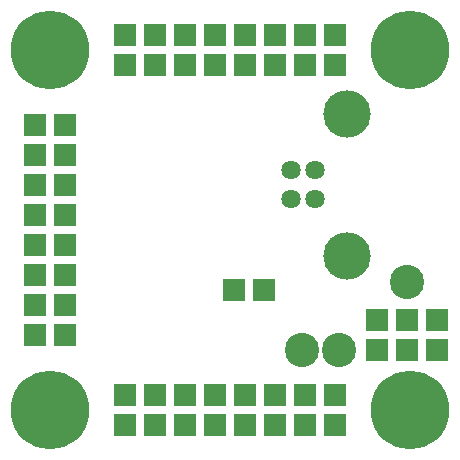
<source format=gbr>
G75*
G70*
%OFA0B0*%
%FSLAX24Y24*%
%IPPOS*%
%LPD*%
%AMOC8*
5,1,8,0,0,1.08239X$1,22.5*
%
%ADD10C,0.2620*%
%ADD11C,0.1143*%
%ADD12C,0.0642*%
%ADD13C,0.1580*%
%ADD14R,0.0730X0.0730*%
D10*
X002305Y004268D03*
X014305Y004268D03*
X014305Y016268D03*
X002305Y016268D03*
D11*
X010680Y006268D03*
X011930Y006268D03*
X014180Y008518D03*
D12*
X011117Y011276D03*
X010330Y011276D03*
X010330Y012260D03*
X011117Y012260D03*
D13*
X012180Y014131D03*
X012180Y009406D03*
D14*
X013180Y007268D03*
X014180Y007268D03*
X014180Y006268D03*
X013180Y006268D03*
X011805Y004768D03*
X011805Y003768D03*
X010805Y003768D03*
X009805Y003768D03*
X008805Y003768D03*
X008805Y004768D03*
X009805Y004768D03*
X010805Y004768D03*
X007805Y004768D03*
X007805Y003768D03*
X006805Y003768D03*
X005805Y003768D03*
X005805Y004768D03*
X006805Y004768D03*
X004805Y004768D03*
X004805Y003768D03*
X002805Y006768D03*
X002805Y007768D03*
X001805Y007768D03*
X001805Y006768D03*
X001805Y008768D03*
X001805Y009768D03*
X001805Y010768D03*
X002805Y010768D03*
X002805Y009768D03*
X002805Y008768D03*
X002805Y011768D03*
X002805Y012768D03*
X001805Y012768D03*
X001805Y011768D03*
X001805Y013768D03*
X002805Y013768D03*
X004805Y015768D03*
X005805Y015768D03*
X006805Y015768D03*
X007805Y015768D03*
X008805Y015768D03*
X009805Y015768D03*
X010805Y015768D03*
X011805Y015768D03*
X011805Y016768D03*
X010805Y016768D03*
X009805Y016768D03*
X008805Y016768D03*
X007805Y016768D03*
X006805Y016768D03*
X005805Y016768D03*
X004805Y016768D03*
X008430Y008268D03*
X009430Y008268D03*
X015180Y007268D03*
X015180Y006268D03*
M02*

</source>
